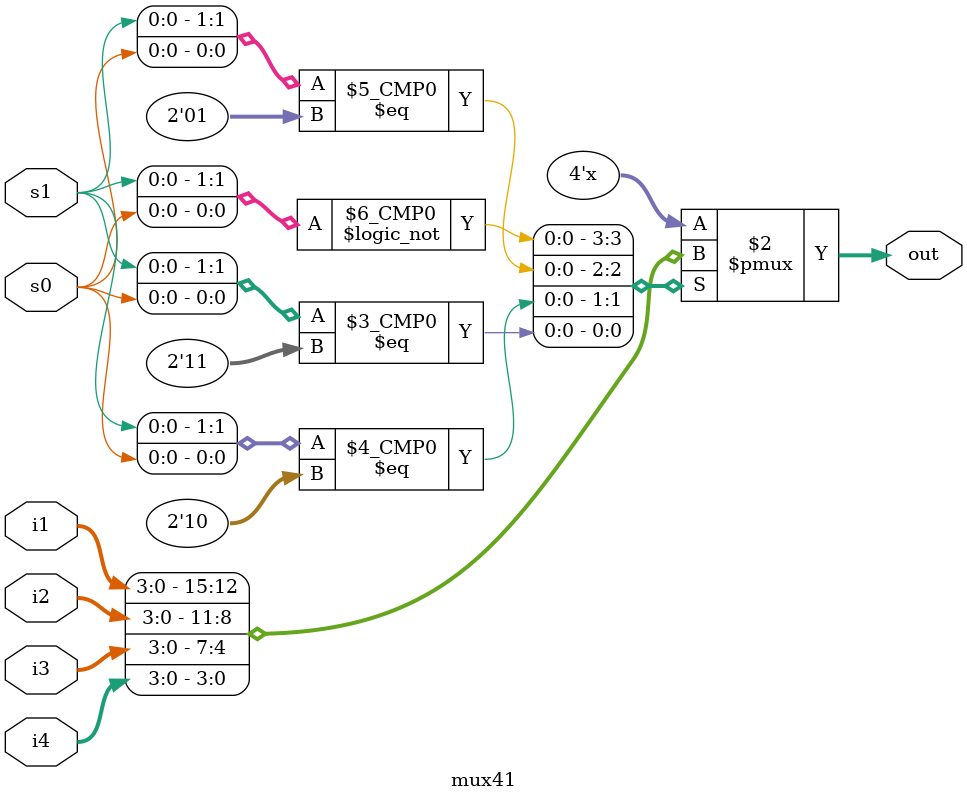
<source format=v>
`timescale 1ns / 1ps

module mux41(
    input [3:0] i1,
	 input [3:0] i2,
	 input [3:0] i3,
	 input [3:0] i4,
    input s0,s1,
    output reg[3:0] out
    );
    
always @(i1,i2,i3,i4,s0,s1)
	begin
	
		case({s1,s0})
		2'b00: begin out=i1; end
		2'b01: begin out=i2; end
		2'b10: begin out=i3; end
		2'b11: begin out=i4; end
		endcase
	end
endmodule

</source>
